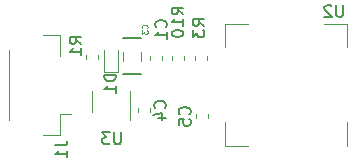
<source format=gbr>
%TF.GenerationSoftware,KiCad,Pcbnew,7.0.7-7.0.7~ubuntu23.04.1*%
%TF.CreationDate,2023-10-01T20:17:35+00:00*%
%TF.ProjectId,TFCO201,5446434f-3230-4312-9e6b-696361645f70,rev?*%
%TF.SameCoordinates,Original*%
%TF.FileFunction,Legend,Bot*%
%TF.FilePolarity,Positive*%
%FSLAX46Y46*%
G04 Gerber Fmt 4.6, Leading zero omitted, Abs format (unit mm)*
G04 Created by KiCad (PCBNEW 7.0.7-7.0.7~ubuntu23.04.1) date 2023-10-01 20:17:35*
%MOMM*%
%LPD*%
G01*
G04 APERTURE LIST*
%ADD10C,0.150000*%
%ADD11C,0.109220*%
%ADD12C,0.120000*%
G04 APERTURE END LIST*
D10*
X13600580Y5526167D02*
X13648200Y5573786D01*
X13648200Y5573786D02*
X13695819Y5716643D01*
X13695819Y5716643D02*
X13695819Y5811881D01*
X13695819Y5811881D02*
X13648200Y5954738D01*
X13648200Y5954738D02*
X13552961Y6049976D01*
X13552961Y6049976D02*
X13457723Y6097595D01*
X13457723Y6097595D02*
X13267247Y6145214D01*
X13267247Y6145214D02*
X13124390Y6145214D01*
X13124390Y6145214D02*
X12933914Y6097595D01*
X12933914Y6097595D02*
X12838676Y6049976D01*
X12838676Y6049976D02*
X12743438Y5954738D01*
X12743438Y5954738D02*
X12695819Y5811881D01*
X12695819Y5811881D02*
X12695819Y5716643D01*
X12695819Y5716643D02*
X12743438Y5573786D01*
X12743438Y5573786D02*
X12791057Y5526167D01*
X13029152Y4669024D02*
X13695819Y4669024D01*
X12648200Y4907119D02*
X13362485Y5145214D01*
X13362485Y5145214D02*
X13362485Y4526167D01*
X9471819Y8358095D02*
X8471819Y8358095D01*
X8471819Y8358095D02*
X8471819Y8120000D01*
X8471819Y8120000D02*
X8519438Y7977143D01*
X8519438Y7977143D02*
X8614676Y7881905D01*
X8614676Y7881905D02*
X8709914Y7834286D01*
X8709914Y7834286D02*
X8900390Y7786667D01*
X8900390Y7786667D02*
X9043247Y7786667D01*
X9043247Y7786667D02*
X9233723Y7834286D01*
X9233723Y7834286D02*
X9328961Y7881905D01*
X9328961Y7881905D02*
X9424200Y7977143D01*
X9424200Y7977143D02*
X9471819Y8120000D01*
X9471819Y8120000D02*
X9471819Y8358095D01*
X9471819Y6834286D02*
X9471819Y7405714D01*
X9471819Y7120000D02*
X8471819Y7120000D01*
X8471819Y7120000D02*
X8614676Y7215238D01*
X8614676Y7215238D02*
X8709914Y7310476D01*
X8709914Y7310476D02*
X8757533Y7405714D01*
X4351019Y2365334D02*
X5065304Y2365334D01*
X5065304Y2365334D02*
X5208161Y2412953D01*
X5208161Y2412953D02*
X5303400Y2508191D01*
X5303400Y2508191D02*
X5351019Y2651048D01*
X5351019Y2651048D02*
X5351019Y2746286D01*
X5351019Y1365334D02*
X5351019Y1936762D01*
X5351019Y1651048D02*
X4351019Y1651048D01*
X4351019Y1651048D02*
X4493876Y1746286D01*
X4493876Y1746286D02*
X4589114Y1841524D01*
X4589114Y1841524D02*
X4636733Y1936762D01*
X15693580Y4992667D02*
X15741200Y5040286D01*
X15741200Y5040286D02*
X15788819Y5183143D01*
X15788819Y5183143D02*
X15788819Y5278381D01*
X15788819Y5278381D02*
X15741200Y5421238D01*
X15741200Y5421238D02*
X15645961Y5516476D01*
X15645961Y5516476D02*
X15550723Y5564095D01*
X15550723Y5564095D02*
X15360247Y5611714D01*
X15360247Y5611714D02*
X15217390Y5611714D01*
X15217390Y5611714D02*
X15026914Y5564095D01*
X15026914Y5564095D02*
X14931676Y5516476D01*
X14931676Y5516476D02*
X14836438Y5421238D01*
X14836438Y5421238D02*
X14788819Y5278381D01*
X14788819Y5278381D02*
X14788819Y5183143D01*
X14788819Y5183143D02*
X14836438Y5040286D01*
X14836438Y5040286D02*
X14884057Y4992667D01*
X14788819Y4087905D02*
X14788819Y4564095D01*
X14788819Y4564095D02*
X15265009Y4611714D01*
X15265009Y4611714D02*
X15217390Y4564095D01*
X15217390Y4564095D02*
X15169771Y4468857D01*
X15169771Y4468857D02*
X15169771Y4230762D01*
X15169771Y4230762D02*
X15217390Y4135524D01*
X15217390Y4135524D02*
X15265009Y4087905D01*
X15265009Y4087905D02*
X15360247Y4040286D01*
X15360247Y4040286D02*
X15598342Y4040286D01*
X15598342Y4040286D02*
X15693580Y4087905D01*
X15693580Y4087905D02*
X15741200Y4135524D01*
X15741200Y4135524D02*
X15788819Y4230762D01*
X15788819Y4230762D02*
X15788819Y4468857D01*
X15788819Y4468857D02*
X15741200Y4564095D01*
X15741200Y4564095D02*
X15693580Y4611714D01*
X13694580Y12358667D02*
X13742200Y12406286D01*
X13742200Y12406286D02*
X13789819Y12549143D01*
X13789819Y12549143D02*
X13789819Y12644381D01*
X13789819Y12644381D02*
X13742200Y12787238D01*
X13742200Y12787238D02*
X13646961Y12882476D01*
X13646961Y12882476D02*
X13551723Y12930095D01*
X13551723Y12930095D02*
X13361247Y12977714D01*
X13361247Y12977714D02*
X13218390Y12977714D01*
X13218390Y12977714D02*
X13027914Y12930095D01*
X13027914Y12930095D02*
X12932676Y12882476D01*
X12932676Y12882476D02*
X12837438Y12787238D01*
X12837438Y12787238D02*
X12789819Y12644381D01*
X12789819Y12644381D02*
X12789819Y12549143D01*
X12789819Y12549143D02*
X12837438Y12406286D01*
X12837438Y12406286D02*
X12885057Y12358667D01*
X13789819Y11406286D02*
X13789819Y11977714D01*
X13789819Y11692000D02*
X12789819Y11692000D01*
X12789819Y11692000D02*
X12932676Y11787238D01*
X12932676Y11787238D02*
X13027914Y11882476D01*
X13027914Y11882476D02*
X13075533Y11977714D01*
D11*
X12116150Y12275397D02*
X12139978Y12299225D01*
X12139978Y12299225D02*
X12163805Y12370707D01*
X12163805Y12370707D02*
X12163805Y12418363D01*
X12163805Y12418363D02*
X12139978Y12489846D01*
X12139978Y12489846D02*
X12092322Y12537501D01*
X12092322Y12537501D02*
X12044667Y12561328D01*
X12044667Y12561328D02*
X11949357Y12585156D01*
X11949357Y12585156D02*
X11877874Y12585156D01*
X11877874Y12585156D02*
X11782563Y12561328D01*
X11782563Y12561328D02*
X11734908Y12537501D01*
X11734908Y12537501D02*
X11687253Y12489846D01*
X11687253Y12489846D02*
X11663425Y12418363D01*
X11663425Y12418363D02*
X11663425Y12370707D01*
X11663425Y12370707D02*
X11687253Y12299225D01*
X11687253Y12299225D02*
X11711080Y12275397D01*
X11663425Y12108604D02*
X11663425Y11798845D01*
X11663425Y11798845D02*
X11854046Y11965638D01*
X11854046Y11965638D02*
X11854046Y11894155D01*
X11854046Y11894155D02*
X11877874Y11846500D01*
X11877874Y11846500D02*
X11901701Y11822672D01*
X11901701Y11822672D02*
X11949357Y11798845D01*
X11949357Y11798845D02*
X12068495Y11798845D01*
X12068495Y11798845D02*
X12116150Y11822672D01*
X12116150Y11822672D02*
X12139978Y11846500D01*
X12139978Y11846500D02*
X12163805Y11894155D01*
X12163805Y11894155D02*
X12163805Y12037121D01*
X12163805Y12037121D02*
X12139978Y12084776D01*
X12139978Y12084776D02*
X12116150Y12108604D01*
D10*
X9905904Y3466181D02*
X9905904Y2656658D01*
X9905904Y2656658D02*
X9858285Y2561420D01*
X9858285Y2561420D02*
X9810666Y2513800D01*
X9810666Y2513800D02*
X9715428Y2466181D01*
X9715428Y2466181D02*
X9524952Y2466181D01*
X9524952Y2466181D02*
X9429714Y2513800D01*
X9429714Y2513800D02*
X9382095Y2561420D01*
X9382095Y2561420D02*
X9334476Y2656658D01*
X9334476Y2656658D02*
X9334476Y3466181D01*
X8953523Y3466181D02*
X8334476Y3466181D01*
X8334476Y3466181D02*
X8667809Y3085229D01*
X8667809Y3085229D02*
X8524952Y3085229D01*
X8524952Y3085229D02*
X8429714Y3037610D01*
X8429714Y3037610D02*
X8382095Y2989991D01*
X8382095Y2989991D02*
X8334476Y2894753D01*
X8334476Y2894753D02*
X8334476Y2656658D01*
X8334476Y2656658D02*
X8382095Y2561420D01*
X8382095Y2561420D02*
X8429714Y2513800D01*
X8429714Y2513800D02*
X8524952Y2466181D01*
X8524952Y2466181D02*
X8810666Y2466181D01*
X8810666Y2466181D02*
X8905904Y2513800D01*
X8905904Y2513800D02*
X8953523Y2561420D01*
X16964819Y12485667D02*
X16488628Y12819000D01*
X16964819Y13057095D02*
X15964819Y13057095D01*
X15964819Y13057095D02*
X15964819Y12676143D01*
X15964819Y12676143D02*
X16012438Y12580905D01*
X16012438Y12580905D02*
X16060057Y12533286D01*
X16060057Y12533286D02*
X16155295Y12485667D01*
X16155295Y12485667D02*
X16298152Y12485667D01*
X16298152Y12485667D02*
X16393390Y12533286D01*
X16393390Y12533286D02*
X16441009Y12580905D01*
X16441009Y12580905D02*
X16488628Y12676143D01*
X16488628Y12676143D02*
X16488628Y13057095D01*
X15964819Y12152333D02*
X15964819Y11533286D01*
X15964819Y11533286D02*
X16345771Y11866619D01*
X16345771Y11866619D02*
X16345771Y11723762D01*
X16345771Y11723762D02*
X16393390Y11628524D01*
X16393390Y11628524D02*
X16441009Y11580905D01*
X16441009Y11580905D02*
X16536247Y11533286D01*
X16536247Y11533286D02*
X16774342Y11533286D01*
X16774342Y11533286D02*
X16869580Y11580905D01*
X16869580Y11580905D02*
X16917200Y11628524D01*
X16917200Y11628524D02*
X16964819Y11723762D01*
X16964819Y11723762D02*
X16964819Y12009476D01*
X16964819Y12009476D02*
X16917200Y12104714D01*
X16917200Y12104714D02*
X16869580Y12152333D01*
X15186819Y13469858D02*
X14710628Y13803191D01*
X15186819Y14041286D02*
X14186819Y14041286D01*
X14186819Y14041286D02*
X14186819Y13660334D01*
X14186819Y13660334D02*
X14234438Y13565096D01*
X14234438Y13565096D02*
X14282057Y13517477D01*
X14282057Y13517477D02*
X14377295Y13469858D01*
X14377295Y13469858D02*
X14520152Y13469858D01*
X14520152Y13469858D02*
X14615390Y13517477D01*
X14615390Y13517477D02*
X14663009Y13565096D01*
X14663009Y13565096D02*
X14710628Y13660334D01*
X14710628Y13660334D02*
X14710628Y14041286D01*
X15186819Y12517477D02*
X15186819Y13088905D01*
X15186819Y12803191D02*
X14186819Y12803191D01*
X14186819Y12803191D02*
X14329676Y12898429D01*
X14329676Y12898429D02*
X14424914Y12993667D01*
X14424914Y12993667D02*
X14472533Y13088905D01*
X14186819Y11898429D02*
X14186819Y11803191D01*
X14186819Y11803191D02*
X14234438Y11707953D01*
X14234438Y11707953D02*
X14282057Y11660334D01*
X14282057Y11660334D02*
X14377295Y11612715D01*
X14377295Y11612715D02*
X14567771Y11565096D01*
X14567771Y11565096D02*
X14805866Y11565096D01*
X14805866Y11565096D02*
X14996342Y11612715D01*
X14996342Y11612715D02*
X15091580Y11660334D01*
X15091580Y11660334D02*
X15139200Y11707953D01*
X15139200Y11707953D02*
X15186819Y11803191D01*
X15186819Y11803191D02*
X15186819Y11898429D01*
X15186819Y11898429D02*
X15139200Y11993667D01*
X15139200Y11993667D02*
X15091580Y12041286D01*
X15091580Y12041286D02*
X14996342Y12088905D01*
X14996342Y12088905D02*
X14805866Y12136524D01*
X14805866Y12136524D02*
X14567771Y12136524D01*
X14567771Y12136524D02*
X14377295Y12088905D01*
X14377295Y12088905D02*
X14282057Y12041286D01*
X14282057Y12041286D02*
X14234438Y11993667D01*
X14234438Y11993667D02*
X14186819Y11898429D01*
X28701904Y14261181D02*
X28701904Y13451658D01*
X28701904Y13451658D02*
X28654285Y13356420D01*
X28654285Y13356420D02*
X28606666Y13308800D01*
X28606666Y13308800D02*
X28511428Y13261181D01*
X28511428Y13261181D02*
X28320952Y13261181D01*
X28320952Y13261181D02*
X28225714Y13308800D01*
X28225714Y13308800D02*
X28178095Y13356420D01*
X28178095Y13356420D02*
X28130476Y13451658D01*
X28130476Y13451658D02*
X28130476Y14261181D01*
X27701904Y14165943D02*
X27654285Y14213562D01*
X27654285Y14213562D02*
X27559047Y14261181D01*
X27559047Y14261181D02*
X27320952Y14261181D01*
X27320952Y14261181D02*
X27225714Y14213562D01*
X27225714Y14213562D02*
X27178095Y14165943D01*
X27178095Y14165943D02*
X27130476Y14070705D01*
X27130476Y14070705D02*
X27130476Y13975467D01*
X27130476Y13975467D02*
X27178095Y13832610D01*
X27178095Y13832610D02*
X27749523Y13261181D01*
X27749523Y13261181D02*
X27130476Y13261181D01*
X6550819Y10961667D02*
X6074628Y11295000D01*
X6550819Y11533095D02*
X5550819Y11533095D01*
X5550819Y11533095D02*
X5550819Y11152143D01*
X5550819Y11152143D02*
X5598438Y11056905D01*
X5598438Y11056905D02*
X5646057Y11009286D01*
X5646057Y11009286D02*
X5741295Y10961667D01*
X5741295Y10961667D02*
X5884152Y10961667D01*
X5884152Y10961667D02*
X5979390Y11009286D01*
X5979390Y11009286D02*
X6027009Y11056905D01*
X6027009Y11056905D02*
X6074628Y11152143D01*
X6074628Y11152143D02*
X6074628Y11533095D01*
X6550819Y10009286D02*
X6550819Y10580714D01*
X6550819Y10295000D02*
X5550819Y10295000D01*
X5550819Y10295000D02*
X5693676Y10390238D01*
X5693676Y10390238D02*
X5788914Y10485476D01*
X5788914Y10485476D02*
X5836533Y10580714D01*
D12*
%TO.C,C4*%
X11301000Y5196721D02*
X11301000Y5522279D01*
X12321000Y5196721D02*
X12321000Y5522279D01*
%TO.C,D1*%
X9671000Y8625000D02*
X8471000Y8625000D01*
X8471000Y10475000D02*
X8471000Y8625000D01*
X9671000Y10475000D02*
X9671000Y8625000D01*
%TO.C,J1*%
X3257200Y3265000D02*
X4707200Y3265000D01*
X4707200Y3265000D02*
X4707200Y5065000D01*
X437200Y4535000D02*
X437200Y10465000D01*
X4707200Y5065000D02*
X5697200Y5065000D01*
X3257200Y11735000D02*
X4707200Y11735000D01*
X4707200Y11735000D02*
X4707200Y9935000D01*
%TO.C,C5*%
X17274000Y4988779D02*
X17274000Y4663221D01*
X16254000Y4988779D02*
X16254000Y4663221D01*
%TO.C,C1*%
X12386000Y9587221D02*
X12386000Y9912779D01*
X13406000Y9587221D02*
X13406000Y9912779D01*
D10*
%TO.C,C3*%
X10059000Y8376000D02*
X11583000Y8376000D01*
D12*
X10059000Y9519000D02*
X10059000Y10281000D01*
X11583000Y9519000D02*
X11583000Y10281000D01*
D10*
X11583000Y11424000D02*
X10059000Y11424000D01*
D12*
%TO.C,U3*%
X7407000Y5196000D02*
X7407000Y6996000D01*
X10627000Y6996000D02*
X10627000Y4546000D01*
%TO.C,R3*%
X17147000Y9941779D02*
X17147000Y9616221D01*
X16127000Y9941779D02*
X16127000Y9616221D01*
%TO.C,R10*%
X15242000Y9941779D02*
X15242000Y9616221D01*
X14222000Y9941779D02*
X14222000Y9616221D01*
%TO.C,U2*%
X18716000Y2340000D02*
X20691000Y2340000D01*
X18716000Y4315000D02*
X18716000Y2340000D01*
X29036000Y4315000D02*
X29036000Y2340000D01*
X18716000Y10685000D02*
X18716000Y12660000D01*
X29036000Y10685000D02*
X29036000Y12660000D01*
X18716000Y12660000D02*
X20691000Y12660000D01*
X29036000Y12660000D02*
X27061000Y12660000D01*
%TO.C,R1*%
X6911000Y9687221D02*
X6911000Y10012779D01*
X7931000Y9687221D02*
X7931000Y10012779D01*
%TD*%
M02*

</source>
